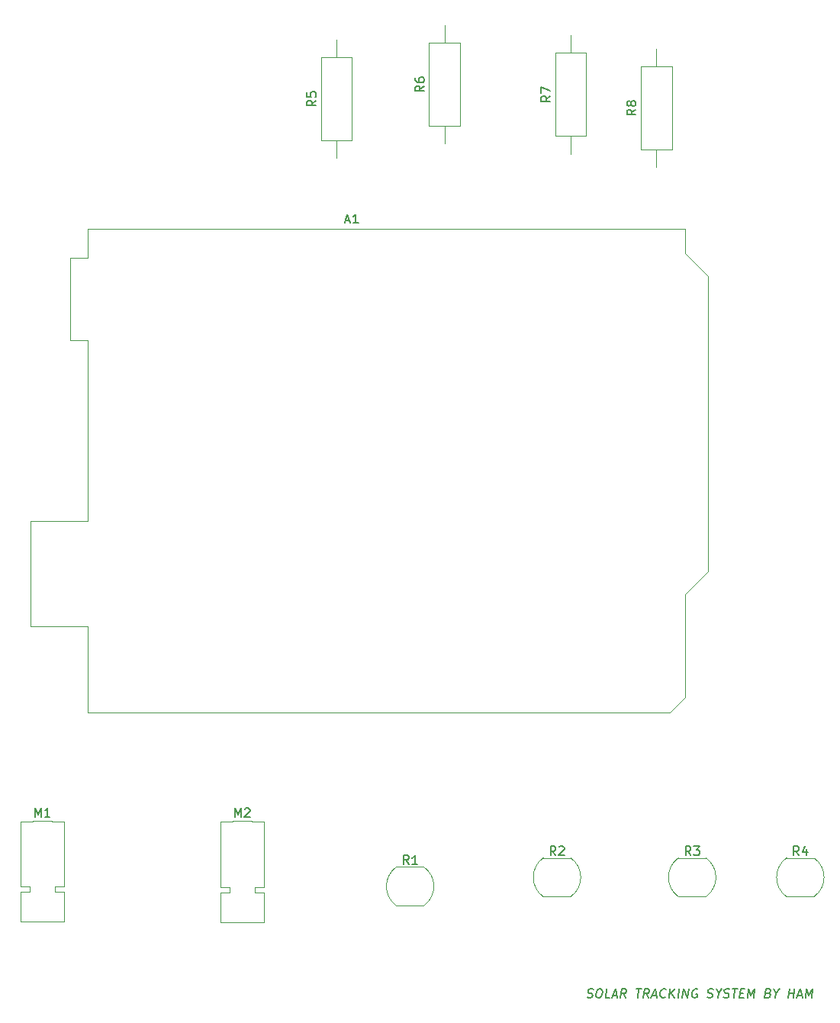
<source format=gbr>
%TF.GenerationSoftware,KiCad,Pcbnew,8.0.8*%
%TF.CreationDate,2025-10-12T21:50:37+03:00*%
%TF.ProjectId,trackking solar,74726163-6b6b-4696-9e67-20736f6c6172,rev?*%
%TF.SameCoordinates,Original*%
%TF.FileFunction,Legend,Top*%
%TF.FilePolarity,Positive*%
%FSLAX46Y46*%
G04 Gerber Fmt 4.6, Leading zero omitted, Abs format (unit mm)*
G04 Created by KiCad (PCBNEW 8.0.8) date 2025-10-12 21:50:37*
%MOMM*%
%LPD*%
G01*
G04 APERTURE LIST*
%ADD10C,0.200000*%
%ADD11C,0.150000*%
%ADD12C,0.120000*%
G04 APERTURE END LIST*
D10*
X161322054Y-135319600D02*
X161458958Y-135367219D01*
X161458958Y-135367219D02*
X161697054Y-135367219D01*
X161697054Y-135367219D02*
X161798244Y-135319600D01*
X161798244Y-135319600D02*
X161851816Y-135271980D01*
X161851816Y-135271980D02*
X161911339Y-135176742D01*
X161911339Y-135176742D02*
X161923244Y-135081504D01*
X161923244Y-135081504D02*
X161887530Y-134986266D01*
X161887530Y-134986266D02*
X161845863Y-134938647D01*
X161845863Y-134938647D02*
X161756578Y-134891028D01*
X161756578Y-134891028D02*
X161572054Y-134843409D01*
X161572054Y-134843409D02*
X161482768Y-134795790D01*
X161482768Y-134795790D02*
X161441101Y-134748171D01*
X161441101Y-134748171D02*
X161405387Y-134652933D01*
X161405387Y-134652933D02*
X161417292Y-134557695D01*
X161417292Y-134557695D02*
X161476816Y-134462457D01*
X161476816Y-134462457D02*
X161530387Y-134414838D01*
X161530387Y-134414838D02*
X161631578Y-134367219D01*
X161631578Y-134367219D02*
X161869673Y-134367219D01*
X161869673Y-134367219D02*
X162006578Y-134414838D01*
X162631578Y-134367219D02*
X162822054Y-134367219D01*
X162822054Y-134367219D02*
X162911339Y-134414838D01*
X162911339Y-134414838D02*
X162994673Y-134510076D01*
X162994673Y-134510076D02*
X163018482Y-134700552D01*
X163018482Y-134700552D02*
X162976816Y-135033885D01*
X162976816Y-135033885D02*
X162905387Y-135224361D01*
X162905387Y-135224361D02*
X162798244Y-135319600D01*
X162798244Y-135319600D02*
X162697054Y-135367219D01*
X162697054Y-135367219D02*
X162506578Y-135367219D01*
X162506578Y-135367219D02*
X162417292Y-135319600D01*
X162417292Y-135319600D02*
X162333959Y-135224361D01*
X162333959Y-135224361D02*
X162310149Y-135033885D01*
X162310149Y-135033885D02*
X162351816Y-134700552D01*
X162351816Y-134700552D02*
X162423244Y-134510076D01*
X162423244Y-134510076D02*
X162530387Y-134414838D01*
X162530387Y-134414838D02*
X162631578Y-134367219D01*
X163839911Y-135367219D02*
X163363720Y-135367219D01*
X163363720Y-135367219D02*
X163488720Y-134367219D01*
X164161340Y-135081504D02*
X164637530Y-135081504D01*
X164030387Y-135367219D02*
X164488721Y-134367219D01*
X164488721Y-134367219D02*
X164697054Y-135367219D01*
X165601816Y-135367219D02*
X165328006Y-134891028D01*
X165030387Y-135367219D02*
X165155387Y-134367219D01*
X165155387Y-134367219D02*
X165536340Y-134367219D01*
X165536340Y-134367219D02*
X165625625Y-134414838D01*
X165625625Y-134414838D02*
X165667292Y-134462457D01*
X165667292Y-134462457D02*
X165703006Y-134557695D01*
X165703006Y-134557695D02*
X165685149Y-134700552D01*
X165685149Y-134700552D02*
X165625625Y-134795790D01*
X165625625Y-134795790D02*
X165572054Y-134843409D01*
X165572054Y-134843409D02*
X165470864Y-134891028D01*
X165470864Y-134891028D02*
X165089911Y-134891028D01*
X166774435Y-134367219D02*
X167345864Y-134367219D01*
X166935150Y-135367219D02*
X167060150Y-134367219D01*
X168125626Y-135367219D02*
X167851816Y-134891028D01*
X167554197Y-135367219D02*
X167679197Y-134367219D01*
X167679197Y-134367219D02*
X168060150Y-134367219D01*
X168060150Y-134367219D02*
X168149435Y-134414838D01*
X168149435Y-134414838D02*
X168191102Y-134462457D01*
X168191102Y-134462457D02*
X168226816Y-134557695D01*
X168226816Y-134557695D02*
X168208959Y-134700552D01*
X168208959Y-134700552D02*
X168149435Y-134795790D01*
X168149435Y-134795790D02*
X168095864Y-134843409D01*
X168095864Y-134843409D02*
X167994674Y-134891028D01*
X167994674Y-134891028D02*
X167613721Y-134891028D01*
X168542293Y-135081504D02*
X169018483Y-135081504D01*
X168411340Y-135367219D02*
X168869674Y-134367219D01*
X168869674Y-134367219D02*
X169078007Y-135367219D01*
X169994674Y-135271980D02*
X169941102Y-135319600D01*
X169941102Y-135319600D02*
X169792293Y-135367219D01*
X169792293Y-135367219D02*
X169697055Y-135367219D01*
X169697055Y-135367219D02*
X169560150Y-135319600D01*
X169560150Y-135319600D02*
X169476817Y-135224361D01*
X169476817Y-135224361D02*
X169441102Y-135129123D01*
X169441102Y-135129123D02*
X169417293Y-134938647D01*
X169417293Y-134938647D02*
X169435150Y-134795790D01*
X169435150Y-134795790D02*
X169506578Y-134605314D01*
X169506578Y-134605314D02*
X169566102Y-134510076D01*
X169566102Y-134510076D02*
X169673245Y-134414838D01*
X169673245Y-134414838D02*
X169822055Y-134367219D01*
X169822055Y-134367219D02*
X169917293Y-134367219D01*
X169917293Y-134367219D02*
X170054198Y-134414838D01*
X170054198Y-134414838D02*
X170095864Y-134462457D01*
X170411340Y-135367219D02*
X170536340Y-134367219D01*
X170982769Y-135367219D02*
X170625626Y-134795790D01*
X171107769Y-134367219D02*
X170464912Y-134938647D01*
X171411340Y-135367219D02*
X171536340Y-134367219D01*
X171887530Y-135367219D02*
X172012530Y-134367219D01*
X172012530Y-134367219D02*
X172458959Y-135367219D01*
X172458959Y-135367219D02*
X172583959Y-134367219D01*
X173578007Y-134414838D02*
X173488721Y-134367219D01*
X173488721Y-134367219D02*
X173345864Y-134367219D01*
X173345864Y-134367219D02*
X173197054Y-134414838D01*
X173197054Y-134414838D02*
X173089911Y-134510076D01*
X173089911Y-134510076D02*
X173030387Y-134605314D01*
X173030387Y-134605314D02*
X172958959Y-134795790D01*
X172958959Y-134795790D02*
X172941102Y-134938647D01*
X172941102Y-134938647D02*
X172964911Y-135129123D01*
X172964911Y-135129123D02*
X173000626Y-135224361D01*
X173000626Y-135224361D02*
X173083959Y-135319600D01*
X173083959Y-135319600D02*
X173220864Y-135367219D01*
X173220864Y-135367219D02*
X173316102Y-135367219D01*
X173316102Y-135367219D02*
X173464911Y-135319600D01*
X173464911Y-135319600D02*
X173518483Y-135271980D01*
X173518483Y-135271980D02*
X173560149Y-134938647D01*
X173560149Y-134938647D02*
X173369673Y-134938647D01*
X174655388Y-135319600D02*
X174792292Y-135367219D01*
X174792292Y-135367219D02*
X175030388Y-135367219D01*
X175030388Y-135367219D02*
X175131578Y-135319600D01*
X175131578Y-135319600D02*
X175185150Y-135271980D01*
X175185150Y-135271980D02*
X175244673Y-135176742D01*
X175244673Y-135176742D02*
X175256578Y-135081504D01*
X175256578Y-135081504D02*
X175220864Y-134986266D01*
X175220864Y-134986266D02*
X175179197Y-134938647D01*
X175179197Y-134938647D02*
X175089912Y-134891028D01*
X175089912Y-134891028D02*
X174905388Y-134843409D01*
X174905388Y-134843409D02*
X174816102Y-134795790D01*
X174816102Y-134795790D02*
X174774435Y-134748171D01*
X174774435Y-134748171D02*
X174738721Y-134652933D01*
X174738721Y-134652933D02*
X174750626Y-134557695D01*
X174750626Y-134557695D02*
X174810150Y-134462457D01*
X174810150Y-134462457D02*
X174863721Y-134414838D01*
X174863721Y-134414838D02*
X174964912Y-134367219D01*
X174964912Y-134367219D02*
X175203007Y-134367219D01*
X175203007Y-134367219D02*
X175339912Y-134414838D01*
X175899435Y-134891028D02*
X175839912Y-135367219D01*
X175631578Y-134367219D02*
X175899435Y-134891028D01*
X175899435Y-134891028D02*
X176298245Y-134367219D01*
X176464912Y-135319600D02*
X176601816Y-135367219D01*
X176601816Y-135367219D02*
X176839912Y-135367219D01*
X176839912Y-135367219D02*
X176941102Y-135319600D01*
X176941102Y-135319600D02*
X176994674Y-135271980D01*
X176994674Y-135271980D02*
X177054197Y-135176742D01*
X177054197Y-135176742D02*
X177066102Y-135081504D01*
X177066102Y-135081504D02*
X177030388Y-134986266D01*
X177030388Y-134986266D02*
X176988721Y-134938647D01*
X176988721Y-134938647D02*
X176899436Y-134891028D01*
X176899436Y-134891028D02*
X176714912Y-134843409D01*
X176714912Y-134843409D02*
X176625626Y-134795790D01*
X176625626Y-134795790D02*
X176583959Y-134748171D01*
X176583959Y-134748171D02*
X176548245Y-134652933D01*
X176548245Y-134652933D02*
X176560150Y-134557695D01*
X176560150Y-134557695D02*
X176619674Y-134462457D01*
X176619674Y-134462457D02*
X176673245Y-134414838D01*
X176673245Y-134414838D02*
X176774436Y-134367219D01*
X176774436Y-134367219D02*
X177012531Y-134367219D01*
X177012531Y-134367219D02*
X177149436Y-134414838D01*
X177441102Y-134367219D02*
X178012531Y-134367219D01*
X177601817Y-135367219D02*
X177726817Y-134367219D01*
X178286341Y-134843409D02*
X178619674Y-134843409D01*
X178697055Y-135367219D02*
X178220864Y-135367219D01*
X178220864Y-135367219D02*
X178345864Y-134367219D01*
X178345864Y-134367219D02*
X178822055Y-134367219D01*
X179125626Y-135367219D02*
X179250626Y-134367219D01*
X179250626Y-134367219D02*
X179494674Y-135081504D01*
X179494674Y-135081504D02*
X179917293Y-134367219D01*
X179917293Y-134367219D02*
X179792293Y-135367219D01*
X181429198Y-134843409D02*
X181566103Y-134891028D01*
X181566103Y-134891028D02*
X181607769Y-134938647D01*
X181607769Y-134938647D02*
X181643484Y-135033885D01*
X181643484Y-135033885D02*
X181625626Y-135176742D01*
X181625626Y-135176742D02*
X181566103Y-135271980D01*
X181566103Y-135271980D02*
X181512531Y-135319600D01*
X181512531Y-135319600D02*
X181411341Y-135367219D01*
X181411341Y-135367219D02*
X181030388Y-135367219D01*
X181030388Y-135367219D02*
X181155388Y-134367219D01*
X181155388Y-134367219D02*
X181488722Y-134367219D01*
X181488722Y-134367219D02*
X181578007Y-134414838D01*
X181578007Y-134414838D02*
X181619674Y-134462457D01*
X181619674Y-134462457D02*
X181655388Y-134557695D01*
X181655388Y-134557695D02*
X181643484Y-134652933D01*
X181643484Y-134652933D02*
X181583960Y-134748171D01*
X181583960Y-134748171D02*
X181530388Y-134795790D01*
X181530388Y-134795790D02*
X181429198Y-134843409D01*
X181429198Y-134843409D02*
X181095865Y-134843409D01*
X182280388Y-134891028D02*
X182220865Y-135367219D01*
X182012531Y-134367219D02*
X182280388Y-134891028D01*
X182280388Y-134891028D02*
X182679198Y-134367219D01*
X183649436Y-135367219D02*
X183774436Y-134367219D01*
X183714913Y-134843409D02*
X184286341Y-134843409D01*
X184220865Y-135367219D02*
X184345865Y-134367219D01*
X184685151Y-135081504D02*
X185161341Y-135081504D01*
X184554198Y-135367219D02*
X185012532Y-134367219D01*
X185012532Y-134367219D02*
X185220865Y-135367219D01*
X185554198Y-135367219D02*
X185679198Y-134367219D01*
X185679198Y-134367219D02*
X185923246Y-135081504D01*
X185923246Y-135081504D02*
X186345865Y-134367219D01*
X186345865Y-134367219D02*
X186220865Y-135367219D01*
D11*
X134495714Y-49099104D02*
X134971904Y-49099104D01*
X134400476Y-49384819D02*
X134733809Y-48384819D01*
X134733809Y-48384819D02*
X135067142Y-49384819D01*
X135924285Y-49384819D02*
X135352857Y-49384819D01*
X135638571Y-49384819D02*
X135638571Y-48384819D01*
X135638571Y-48384819D02*
X135543333Y-48527676D01*
X135543333Y-48527676D02*
X135448095Y-48622914D01*
X135448095Y-48622914D02*
X135352857Y-48670533D01*
X184833333Y-119554819D02*
X184500000Y-119078628D01*
X184261905Y-119554819D02*
X184261905Y-118554819D01*
X184261905Y-118554819D02*
X184642857Y-118554819D01*
X184642857Y-118554819D02*
X184738095Y-118602438D01*
X184738095Y-118602438D02*
X184785714Y-118650057D01*
X184785714Y-118650057D02*
X184833333Y-118745295D01*
X184833333Y-118745295D02*
X184833333Y-118888152D01*
X184833333Y-118888152D02*
X184785714Y-118983390D01*
X184785714Y-118983390D02*
X184738095Y-119031009D01*
X184738095Y-119031009D02*
X184642857Y-119078628D01*
X184642857Y-119078628D02*
X184261905Y-119078628D01*
X185690476Y-118888152D02*
X185690476Y-119554819D01*
X185452381Y-118507200D02*
X185214286Y-119221485D01*
X185214286Y-119221485D02*
X185833333Y-119221485D01*
X122240476Y-115329819D02*
X122240476Y-114329819D01*
X122240476Y-114329819D02*
X122573809Y-115044104D01*
X122573809Y-115044104D02*
X122907142Y-114329819D01*
X122907142Y-114329819D02*
X122907142Y-115329819D01*
X123335714Y-114425057D02*
X123383333Y-114377438D01*
X123383333Y-114377438D02*
X123478571Y-114329819D01*
X123478571Y-114329819D02*
X123716666Y-114329819D01*
X123716666Y-114329819D02*
X123811904Y-114377438D01*
X123811904Y-114377438D02*
X123859523Y-114425057D01*
X123859523Y-114425057D02*
X123907142Y-114520295D01*
X123907142Y-114520295D02*
X123907142Y-114615533D01*
X123907142Y-114615533D02*
X123859523Y-114758390D01*
X123859523Y-114758390D02*
X123288095Y-115329819D01*
X123288095Y-115329819D02*
X123907142Y-115329819D01*
X141533333Y-120554819D02*
X141200000Y-120078628D01*
X140961905Y-120554819D02*
X140961905Y-119554819D01*
X140961905Y-119554819D02*
X141342857Y-119554819D01*
X141342857Y-119554819D02*
X141438095Y-119602438D01*
X141438095Y-119602438D02*
X141485714Y-119650057D01*
X141485714Y-119650057D02*
X141533333Y-119745295D01*
X141533333Y-119745295D02*
X141533333Y-119888152D01*
X141533333Y-119888152D02*
X141485714Y-119983390D01*
X141485714Y-119983390D02*
X141438095Y-120031009D01*
X141438095Y-120031009D02*
X141342857Y-120078628D01*
X141342857Y-120078628D02*
X140961905Y-120078628D01*
X142485714Y-120554819D02*
X141914286Y-120554819D01*
X142200000Y-120554819D02*
X142200000Y-119554819D01*
X142200000Y-119554819D02*
X142104762Y-119697676D01*
X142104762Y-119697676D02*
X142009524Y-119792914D01*
X142009524Y-119792914D02*
X141914286Y-119840533D01*
X100040476Y-115304819D02*
X100040476Y-114304819D01*
X100040476Y-114304819D02*
X100373809Y-115019104D01*
X100373809Y-115019104D02*
X100707142Y-114304819D01*
X100707142Y-114304819D02*
X100707142Y-115304819D01*
X101707142Y-115304819D02*
X101135714Y-115304819D01*
X101421428Y-115304819D02*
X101421428Y-114304819D01*
X101421428Y-114304819D02*
X101326190Y-114447676D01*
X101326190Y-114447676D02*
X101230952Y-114542914D01*
X101230952Y-114542914D02*
X101135714Y-114590533D01*
X143234819Y-34166666D02*
X142758628Y-34499999D01*
X143234819Y-34738094D02*
X142234819Y-34738094D01*
X142234819Y-34738094D02*
X142234819Y-34357142D01*
X142234819Y-34357142D02*
X142282438Y-34261904D01*
X142282438Y-34261904D02*
X142330057Y-34214285D01*
X142330057Y-34214285D02*
X142425295Y-34166666D01*
X142425295Y-34166666D02*
X142568152Y-34166666D01*
X142568152Y-34166666D02*
X142663390Y-34214285D01*
X142663390Y-34214285D02*
X142711009Y-34261904D01*
X142711009Y-34261904D02*
X142758628Y-34357142D01*
X142758628Y-34357142D02*
X142758628Y-34738094D01*
X142234819Y-33309523D02*
X142234819Y-33499999D01*
X142234819Y-33499999D02*
X142282438Y-33595237D01*
X142282438Y-33595237D02*
X142330057Y-33642856D01*
X142330057Y-33642856D02*
X142472914Y-33738094D01*
X142472914Y-33738094D02*
X142663390Y-33785713D01*
X142663390Y-33785713D02*
X143044342Y-33785713D01*
X143044342Y-33785713D02*
X143139580Y-33738094D01*
X143139580Y-33738094D02*
X143187200Y-33690475D01*
X143187200Y-33690475D02*
X143234819Y-33595237D01*
X143234819Y-33595237D02*
X143234819Y-33404761D01*
X143234819Y-33404761D02*
X143187200Y-33309523D01*
X143187200Y-33309523D02*
X143139580Y-33261904D01*
X143139580Y-33261904D02*
X143044342Y-33214285D01*
X143044342Y-33214285D02*
X142806247Y-33214285D01*
X142806247Y-33214285D02*
X142711009Y-33261904D01*
X142711009Y-33261904D02*
X142663390Y-33309523D01*
X142663390Y-33309523D02*
X142615771Y-33404761D01*
X142615771Y-33404761D02*
X142615771Y-33595237D01*
X142615771Y-33595237D02*
X142663390Y-33690475D01*
X142663390Y-33690475D02*
X142711009Y-33738094D01*
X142711009Y-33738094D02*
X142806247Y-33785713D01*
X131234819Y-35786666D02*
X130758628Y-36119999D01*
X131234819Y-36358094D02*
X130234819Y-36358094D01*
X130234819Y-36358094D02*
X130234819Y-35977142D01*
X130234819Y-35977142D02*
X130282438Y-35881904D01*
X130282438Y-35881904D02*
X130330057Y-35834285D01*
X130330057Y-35834285D02*
X130425295Y-35786666D01*
X130425295Y-35786666D02*
X130568152Y-35786666D01*
X130568152Y-35786666D02*
X130663390Y-35834285D01*
X130663390Y-35834285D02*
X130711009Y-35881904D01*
X130711009Y-35881904D02*
X130758628Y-35977142D01*
X130758628Y-35977142D02*
X130758628Y-36358094D01*
X130234819Y-34881904D02*
X130234819Y-35358094D01*
X130234819Y-35358094D02*
X130711009Y-35405713D01*
X130711009Y-35405713D02*
X130663390Y-35358094D01*
X130663390Y-35358094D02*
X130615771Y-35262856D01*
X130615771Y-35262856D02*
X130615771Y-35024761D01*
X130615771Y-35024761D02*
X130663390Y-34929523D01*
X130663390Y-34929523D02*
X130711009Y-34881904D01*
X130711009Y-34881904D02*
X130806247Y-34834285D01*
X130806247Y-34834285D02*
X131044342Y-34834285D01*
X131044342Y-34834285D02*
X131139580Y-34881904D01*
X131139580Y-34881904D02*
X131187200Y-34929523D01*
X131187200Y-34929523D02*
X131234819Y-35024761D01*
X131234819Y-35024761D02*
X131234819Y-35262856D01*
X131234819Y-35262856D02*
X131187200Y-35358094D01*
X131187200Y-35358094D02*
X131139580Y-35405713D01*
X157234819Y-35286666D02*
X156758628Y-35619999D01*
X157234819Y-35858094D02*
X156234819Y-35858094D01*
X156234819Y-35858094D02*
X156234819Y-35477142D01*
X156234819Y-35477142D02*
X156282438Y-35381904D01*
X156282438Y-35381904D02*
X156330057Y-35334285D01*
X156330057Y-35334285D02*
X156425295Y-35286666D01*
X156425295Y-35286666D02*
X156568152Y-35286666D01*
X156568152Y-35286666D02*
X156663390Y-35334285D01*
X156663390Y-35334285D02*
X156711009Y-35381904D01*
X156711009Y-35381904D02*
X156758628Y-35477142D01*
X156758628Y-35477142D02*
X156758628Y-35858094D01*
X156234819Y-34953332D02*
X156234819Y-34286666D01*
X156234819Y-34286666D02*
X157234819Y-34715237D01*
X172833333Y-119554819D02*
X172500000Y-119078628D01*
X172261905Y-119554819D02*
X172261905Y-118554819D01*
X172261905Y-118554819D02*
X172642857Y-118554819D01*
X172642857Y-118554819D02*
X172738095Y-118602438D01*
X172738095Y-118602438D02*
X172785714Y-118650057D01*
X172785714Y-118650057D02*
X172833333Y-118745295D01*
X172833333Y-118745295D02*
X172833333Y-118888152D01*
X172833333Y-118888152D02*
X172785714Y-118983390D01*
X172785714Y-118983390D02*
X172738095Y-119031009D01*
X172738095Y-119031009D02*
X172642857Y-119078628D01*
X172642857Y-119078628D02*
X172261905Y-119078628D01*
X173166667Y-118554819D02*
X173785714Y-118554819D01*
X173785714Y-118554819D02*
X173452381Y-118935771D01*
X173452381Y-118935771D02*
X173595238Y-118935771D01*
X173595238Y-118935771D02*
X173690476Y-118983390D01*
X173690476Y-118983390D02*
X173738095Y-119031009D01*
X173738095Y-119031009D02*
X173785714Y-119126247D01*
X173785714Y-119126247D02*
X173785714Y-119364342D01*
X173785714Y-119364342D02*
X173738095Y-119459580D01*
X173738095Y-119459580D02*
X173690476Y-119507200D01*
X173690476Y-119507200D02*
X173595238Y-119554819D01*
X173595238Y-119554819D02*
X173309524Y-119554819D01*
X173309524Y-119554819D02*
X173214286Y-119507200D01*
X173214286Y-119507200D02*
X173166667Y-119459580D01*
X166734819Y-36786666D02*
X166258628Y-37119999D01*
X166734819Y-37358094D02*
X165734819Y-37358094D01*
X165734819Y-37358094D02*
X165734819Y-36977142D01*
X165734819Y-36977142D02*
X165782438Y-36881904D01*
X165782438Y-36881904D02*
X165830057Y-36834285D01*
X165830057Y-36834285D02*
X165925295Y-36786666D01*
X165925295Y-36786666D02*
X166068152Y-36786666D01*
X166068152Y-36786666D02*
X166163390Y-36834285D01*
X166163390Y-36834285D02*
X166211009Y-36881904D01*
X166211009Y-36881904D02*
X166258628Y-36977142D01*
X166258628Y-36977142D02*
X166258628Y-37358094D01*
X166163390Y-36215237D02*
X166115771Y-36310475D01*
X166115771Y-36310475D02*
X166068152Y-36358094D01*
X166068152Y-36358094D02*
X165972914Y-36405713D01*
X165972914Y-36405713D02*
X165925295Y-36405713D01*
X165925295Y-36405713D02*
X165830057Y-36358094D01*
X165830057Y-36358094D02*
X165782438Y-36310475D01*
X165782438Y-36310475D02*
X165734819Y-36215237D01*
X165734819Y-36215237D02*
X165734819Y-36024761D01*
X165734819Y-36024761D02*
X165782438Y-35929523D01*
X165782438Y-35929523D02*
X165830057Y-35881904D01*
X165830057Y-35881904D02*
X165925295Y-35834285D01*
X165925295Y-35834285D02*
X165972914Y-35834285D01*
X165972914Y-35834285D02*
X166068152Y-35881904D01*
X166068152Y-35881904D02*
X166115771Y-35929523D01*
X166115771Y-35929523D02*
X166163390Y-36024761D01*
X166163390Y-36024761D02*
X166163390Y-36215237D01*
X166163390Y-36215237D02*
X166211009Y-36310475D01*
X166211009Y-36310475D02*
X166258628Y-36358094D01*
X166258628Y-36358094D02*
X166353866Y-36405713D01*
X166353866Y-36405713D02*
X166544342Y-36405713D01*
X166544342Y-36405713D02*
X166639580Y-36358094D01*
X166639580Y-36358094D02*
X166687200Y-36310475D01*
X166687200Y-36310475D02*
X166734819Y-36215237D01*
X166734819Y-36215237D02*
X166734819Y-36024761D01*
X166734819Y-36024761D02*
X166687200Y-35929523D01*
X166687200Y-35929523D02*
X166639580Y-35881904D01*
X166639580Y-35881904D02*
X166544342Y-35834285D01*
X166544342Y-35834285D02*
X166353866Y-35834285D01*
X166353866Y-35834285D02*
X166258628Y-35881904D01*
X166258628Y-35881904D02*
X166211009Y-35929523D01*
X166211009Y-35929523D02*
X166163390Y-36024761D01*
X157833333Y-119554819D02*
X157500000Y-119078628D01*
X157261905Y-119554819D02*
X157261905Y-118554819D01*
X157261905Y-118554819D02*
X157642857Y-118554819D01*
X157642857Y-118554819D02*
X157738095Y-118602438D01*
X157738095Y-118602438D02*
X157785714Y-118650057D01*
X157785714Y-118650057D02*
X157833333Y-118745295D01*
X157833333Y-118745295D02*
X157833333Y-118888152D01*
X157833333Y-118888152D02*
X157785714Y-118983390D01*
X157785714Y-118983390D02*
X157738095Y-119031009D01*
X157738095Y-119031009D02*
X157642857Y-119078628D01*
X157642857Y-119078628D02*
X157261905Y-119078628D01*
X158214286Y-118650057D02*
X158261905Y-118602438D01*
X158261905Y-118602438D02*
X158357143Y-118554819D01*
X158357143Y-118554819D02*
X158595238Y-118554819D01*
X158595238Y-118554819D02*
X158690476Y-118602438D01*
X158690476Y-118602438D02*
X158738095Y-118650057D01*
X158738095Y-118650057D02*
X158785714Y-118745295D01*
X158785714Y-118745295D02*
X158785714Y-118840533D01*
X158785714Y-118840533D02*
X158738095Y-118983390D01*
X158738095Y-118983390D02*
X158166667Y-119554819D01*
X158166667Y-119554819D02*
X158785714Y-119554819D01*
D12*
%TO.C,A1*%
X99520000Y-82460000D02*
X99520000Y-94140000D01*
X99520000Y-94140000D02*
X105870000Y-94140000D01*
X103970000Y-53250000D02*
X103970000Y-62390000D01*
X103970000Y-62390000D02*
X105870000Y-62390000D01*
X105870000Y-50070000D02*
X105870000Y-53250000D01*
X105870000Y-53250000D02*
X103970000Y-53250000D01*
X105870000Y-62390000D02*
X105870000Y-82460000D01*
X105870000Y-82460000D02*
X99520000Y-82460000D01*
X105870000Y-94140000D02*
X105870000Y-103670000D01*
X105870000Y-103670000D02*
X170520000Y-103670000D01*
X170520000Y-103670000D02*
X172170000Y-102020000D01*
X172170000Y-50070000D02*
X105870000Y-50070000D01*
X172170000Y-52740000D02*
X172170000Y-50070000D01*
X172170000Y-90590000D02*
X174710000Y-88050000D01*
X172170000Y-102020000D02*
X172170000Y-90590000D01*
X174710000Y-55280000D02*
X172170000Y-52740000D01*
X174710000Y-88050000D02*
X174710000Y-55280000D01*
%TO.C,R4*%
X183450000Y-119850000D02*
X186500000Y-119850000D01*
X183450000Y-124150000D02*
X186500000Y-124150000D01*
X183450000Y-124150000D02*
G75*
G02*
X183471766Y-119834475I1550000J2150000D01*
G01*
X186500000Y-119850000D02*
G75*
G02*
X186544513Y-124118249I-1500000J-2150000D01*
G01*
%TO.C,M2*%
X120650000Y-115825000D02*
X122000000Y-115825000D01*
X120650000Y-116175000D02*
X120650000Y-115825000D01*
X120650000Y-123075000D02*
X120650000Y-116175000D01*
X120650000Y-123675000D02*
X121650000Y-123675000D01*
X120650000Y-126975000D02*
X120650000Y-123675000D01*
X121650000Y-123075000D02*
X120650000Y-123075000D01*
X121650000Y-123675000D02*
X121650000Y-123075000D01*
X122000000Y-115775000D02*
X124100000Y-115775000D01*
X122000000Y-115825000D02*
X122000000Y-115775000D01*
X124100000Y-115775000D02*
X124100000Y-115825000D01*
X124100000Y-115825000D02*
X125450000Y-115825000D01*
X124450000Y-123075000D02*
X124450000Y-123675000D01*
X124450000Y-123675000D02*
X125450000Y-123675000D01*
X125450000Y-115825000D02*
X125450000Y-116175000D01*
X125450000Y-116175000D02*
X125450000Y-123075000D01*
X125450000Y-123075000D02*
X124450000Y-123075000D01*
X125450000Y-123675000D02*
X125450000Y-126975000D01*
X125450000Y-126975000D02*
X120650000Y-126975000D01*
%TO.C,R1*%
X140150000Y-120850000D02*
X143200000Y-120850000D01*
X140150000Y-125150000D02*
X143200000Y-125150000D01*
X140150000Y-125150000D02*
G75*
G02*
X140171766Y-120834475I1550000J2150000D01*
G01*
X143200000Y-120850000D02*
G75*
G02*
X143244513Y-125118249I-1500000J-2150000D01*
G01*
%TO.C,M1*%
X98450000Y-115800000D02*
X99800000Y-115800000D01*
X98450000Y-116150000D02*
X98450000Y-115800000D01*
X98450000Y-123050000D02*
X98450000Y-116150000D01*
X98450000Y-123650000D02*
X99450000Y-123650000D01*
X98450000Y-126950000D02*
X98450000Y-123650000D01*
X99450000Y-123050000D02*
X98450000Y-123050000D01*
X99450000Y-123650000D02*
X99450000Y-123050000D01*
X99800000Y-115750000D02*
X101900000Y-115750000D01*
X99800000Y-115800000D02*
X99800000Y-115750000D01*
X101900000Y-115750000D02*
X101900000Y-115800000D01*
X101900000Y-115800000D02*
X103250000Y-115800000D01*
X102250000Y-123050000D02*
X102250000Y-123650000D01*
X102250000Y-123650000D02*
X103250000Y-123650000D01*
X103250000Y-115800000D02*
X103250000Y-116150000D01*
X103250000Y-116150000D02*
X103250000Y-123050000D01*
X103250000Y-123050000D02*
X102250000Y-123050000D01*
X103250000Y-123650000D02*
X103250000Y-126950000D01*
X103250000Y-126950000D02*
X98450000Y-126950000D01*
%TO.C,R6*%
X143780000Y-29380000D02*
X143780000Y-38620000D01*
X143780000Y-38620000D02*
X147220000Y-38620000D01*
X145500000Y-27420000D02*
X145500000Y-29380000D01*
X145500000Y-40580000D02*
X145500000Y-38620000D01*
X147220000Y-29380000D02*
X143780000Y-29380000D01*
X147220000Y-38620000D02*
X147220000Y-29380000D01*
%TO.C,R5*%
X131780000Y-31000000D02*
X131780000Y-40240000D01*
X131780000Y-40240000D02*
X135220000Y-40240000D01*
X133500000Y-29040000D02*
X133500000Y-31000000D01*
X133500000Y-42200000D02*
X133500000Y-40240000D01*
X135220000Y-31000000D02*
X131780000Y-31000000D01*
X135220000Y-40240000D02*
X135220000Y-31000000D01*
%TO.C,R7*%
X157780000Y-30500000D02*
X157780000Y-39740000D01*
X157780000Y-39740000D02*
X161220000Y-39740000D01*
X159500000Y-28540000D02*
X159500000Y-30500000D01*
X159500000Y-41700000D02*
X159500000Y-39740000D01*
X161220000Y-30500000D02*
X157780000Y-30500000D01*
X161220000Y-39740000D02*
X161220000Y-30500000D01*
%TO.C,R3*%
X171450000Y-119850000D02*
X174500000Y-119850000D01*
X171450000Y-124150000D02*
X174500000Y-124150000D01*
X171450000Y-124150000D02*
G75*
G02*
X171471766Y-119834475I1550000J2150000D01*
G01*
X174500000Y-119850000D02*
G75*
G02*
X174544513Y-124118249I-1500000J-2150000D01*
G01*
%TO.C,R8*%
X167280000Y-32000000D02*
X167280000Y-41240000D01*
X167280000Y-41240000D02*
X170720000Y-41240000D01*
X169000000Y-30040000D02*
X169000000Y-32000000D01*
X169000000Y-43200000D02*
X169000000Y-41240000D01*
X170720000Y-32000000D02*
X167280000Y-32000000D01*
X170720000Y-41240000D02*
X170720000Y-32000000D01*
%TO.C,R2*%
X156450000Y-119850000D02*
X159500000Y-119850000D01*
X156450000Y-124150000D02*
X159500000Y-124150000D01*
X156450000Y-124150000D02*
G75*
G02*
X156471766Y-119834475I1550000J2150000D01*
G01*
X159500000Y-119850000D02*
G75*
G02*
X159544513Y-124118249I-1500000J-2150000D01*
G01*
%TD*%
M02*

</source>
